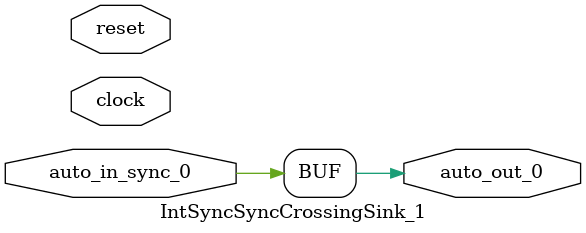
<source format=v>
module IntSyncSyncCrossingSink_1(
  input   clock,
  input   reset,
  input   auto_in_sync_0,
  output  auto_out_0
);
  assign auto_out_0 = auto_in_sync_0; // @[Nodes.scala 1210:84 LazyModule.scala 309:16]
endmodule

</source>
